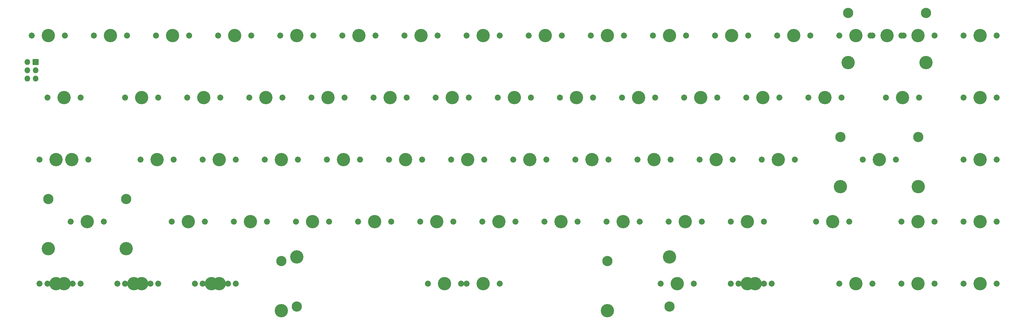
<source format=gts>
G04 #@! TF.GenerationSoftware,KiCad,Pcbnew,(6.0.1)*
G04 #@! TF.CreationDate,2022-02-17T22:32:39-08:00*
G04 #@! TF.ProjectId,bakeneko-65-pcb,62616b65-6e65-46b6-9f2d-36352d706362,rev?*
G04 #@! TF.SameCoordinates,Original*
G04 #@! TF.FileFunction,Soldermask,Top*
G04 #@! TF.FilePolarity,Negative*
%FSLAX46Y46*%
G04 Gerber Fmt 4.6, Leading zero omitted, Abs format (unit mm)*
G04 Created by KiCad (PCBNEW (6.0.1)) date 2022-02-17 22:32:39*
%MOMM*%
%LPD*%
G01*
G04 APERTURE LIST*
G04 Aperture macros list*
%AMRoundRect*
0 Rectangle with rounded corners*
0 $1 Rounding radius*
0 $2 $3 $4 $5 $6 $7 $8 $9 X,Y pos of 4 corners*
0 Add a 4 corners polygon primitive as box body*
4,1,4,$2,$3,$4,$5,$6,$7,$8,$9,$2,$3,0*
0 Add four circle primitives for the rounded corners*
1,1,$1+$1,$2,$3*
1,1,$1+$1,$4,$5*
1,1,$1+$1,$6,$7*
1,1,$1+$1,$8,$9*
0 Add four rect primitives between the rounded corners*
20,1,$1+$1,$2,$3,$4,$5,0*
20,1,$1+$1,$4,$5,$6,$7,0*
20,1,$1+$1,$6,$7,$8,$9,0*
20,1,$1+$1,$8,$9,$2,$3,0*%
G04 Aperture macros list end*
%ADD10O,1.800000X1.800000*%
%ADD11RoundRect,0.050000X0.850000X0.850000X-0.850000X0.850000X-0.850000X-0.850000X0.850000X-0.850000X0*%
%ADD12C,1.850000*%
%ADD13C,4.087800*%
%ADD14C,3.148000*%
G04 APERTURE END LIST*
D10*
X2535000Y-22155000D03*
X5075000Y-22155000D03*
X2535000Y-19615000D03*
X5075000Y-19615000D03*
X2535000Y-17075000D03*
D11*
X5075000Y-17075000D03*
D12*
X14080000Y-9000000D03*
X3920000Y-9000000D03*
D13*
X9000000Y-9000000D03*
D12*
X33130000Y-9000000D03*
D13*
X28050000Y-9000000D03*
D12*
X22970000Y-9000000D03*
X52180000Y-9000000D03*
D13*
X47100000Y-9000000D03*
D12*
X42020000Y-9000000D03*
X71230000Y-9000000D03*
X61070000Y-9000000D03*
D13*
X66150000Y-9000000D03*
D12*
X80120000Y-9000000D03*
D13*
X85200000Y-9000000D03*
D12*
X90280000Y-9000000D03*
X109330000Y-9000000D03*
D13*
X104250000Y-9000000D03*
D12*
X99170000Y-9000000D03*
X118220000Y-9000000D03*
X128380000Y-9000000D03*
D13*
X123300000Y-9000000D03*
X161400000Y-9000000D03*
D12*
X166480000Y-9000000D03*
X156320000Y-9000000D03*
X185530000Y-9000000D03*
D13*
X180450000Y-9000000D03*
D12*
X175370000Y-9000000D03*
X194420000Y-9000000D03*
D13*
X199500000Y-9000000D03*
D12*
X204580000Y-9000000D03*
X223630000Y-9000000D03*
D13*
X218550000Y-9000000D03*
D12*
X213470000Y-9000000D03*
X242680000Y-9000000D03*
X232520000Y-9000000D03*
D13*
X237600000Y-9000000D03*
X256650000Y-9000000D03*
D12*
X251570000Y-9000000D03*
X261730000Y-9000000D03*
X271255000Y-9000000D03*
D14*
X254237000Y-2015000D03*
D12*
X261095000Y-9000000D03*
D13*
X266175000Y-9000000D03*
X254237000Y-17255000D03*
X278113000Y-17255000D03*
D14*
X278113000Y-2015000D03*
D12*
X8682500Y-28050000D03*
D13*
X13762500Y-28050000D03*
D12*
X18842500Y-28050000D03*
D13*
X37575000Y-28050000D03*
D12*
X42655000Y-28050000D03*
X32495000Y-28050000D03*
D13*
X56625000Y-28050000D03*
D12*
X51545000Y-28050000D03*
X61705000Y-28050000D03*
D13*
X75675000Y-28050000D03*
D12*
X70595000Y-28050000D03*
X80755000Y-28050000D03*
D13*
X94725000Y-28050000D03*
D12*
X99805000Y-28050000D03*
X89645000Y-28050000D03*
X118855000Y-28050000D03*
D13*
X113775000Y-28050000D03*
D12*
X108695000Y-28050000D03*
D13*
X132825000Y-28050000D03*
D12*
X127745000Y-28050000D03*
X137905000Y-28050000D03*
D13*
X151875000Y-28050000D03*
D12*
X146795000Y-28050000D03*
X156955000Y-28050000D03*
X176005000Y-28050000D03*
X165845000Y-28050000D03*
D13*
X170925000Y-28050000D03*
D12*
X184895000Y-28050000D03*
D13*
X189975000Y-28050000D03*
D12*
X195055000Y-28050000D03*
D13*
X209025000Y-28050000D03*
D12*
X203945000Y-28050000D03*
X214105000Y-28050000D03*
D13*
X228075000Y-28050000D03*
D12*
X233155000Y-28050000D03*
X222995000Y-28050000D03*
X242045000Y-28050000D03*
X252205000Y-28050000D03*
D13*
X247125000Y-28050000D03*
X270937500Y-28050000D03*
D12*
X265857500Y-28050000D03*
X276017500Y-28050000D03*
X289670000Y-28050000D03*
D13*
X294750000Y-28050000D03*
D12*
X299830000Y-28050000D03*
D13*
X11381250Y-47100000D03*
D12*
X16461250Y-47100000D03*
X6301250Y-47100000D03*
D13*
X16143750Y-47100000D03*
D12*
X11063750Y-47100000D03*
X21223750Y-47100000D03*
D13*
X42337500Y-47100000D03*
D12*
X47417500Y-47100000D03*
X37257500Y-47100000D03*
X66467500Y-47100000D03*
D13*
X61387500Y-47100000D03*
D12*
X56307500Y-47100000D03*
X75357500Y-47100000D03*
D13*
X80437500Y-47100000D03*
D12*
X85517500Y-47100000D03*
D13*
X99487500Y-47100000D03*
D12*
X104567500Y-47100000D03*
X94407500Y-47100000D03*
X123617500Y-47100000D03*
D13*
X118537500Y-47100000D03*
D12*
X113457500Y-47100000D03*
D13*
X137587500Y-47100000D03*
D12*
X132507500Y-47100000D03*
X142667500Y-47100000D03*
X151557500Y-47100000D03*
X161717500Y-47100000D03*
D13*
X156637500Y-47100000D03*
D12*
X180767500Y-47100000D03*
D13*
X175687500Y-47100000D03*
D12*
X170607500Y-47100000D03*
X189657500Y-47100000D03*
X199817500Y-47100000D03*
D13*
X194737500Y-47100000D03*
D12*
X218867500Y-47100000D03*
X208707500Y-47100000D03*
D13*
X213787500Y-47100000D03*
X232837500Y-47100000D03*
D12*
X237917500Y-47100000D03*
X227757500Y-47100000D03*
D14*
X275731750Y-40115000D03*
D12*
X268873750Y-47100000D03*
D14*
X251855750Y-40115000D03*
D13*
X275731750Y-55355000D03*
X263793750Y-47100000D03*
D12*
X258713750Y-47100000D03*
D13*
X251855750Y-55355000D03*
X294750000Y-47100000D03*
D12*
X289670000Y-47100000D03*
X299830000Y-47100000D03*
D14*
X32844250Y-59165000D03*
D13*
X20906250Y-66150000D03*
X32844250Y-74405000D03*
X8968250Y-74405000D03*
D12*
X15826250Y-66150000D03*
D14*
X8968250Y-59165000D03*
D12*
X25986250Y-66150000D03*
D13*
X51862500Y-66150000D03*
D12*
X46782500Y-66150000D03*
X56942500Y-66150000D03*
X75992500Y-66150000D03*
D13*
X70912500Y-66150000D03*
D12*
X65832500Y-66150000D03*
X95042500Y-66150000D03*
D13*
X89962500Y-66150000D03*
D12*
X84882500Y-66150000D03*
X103932500Y-66150000D03*
X114092500Y-66150000D03*
D13*
X109012500Y-66150000D03*
X128062500Y-66150000D03*
D12*
X122982500Y-66150000D03*
X133142500Y-66150000D03*
X152192500Y-66150000D03*
D13*
X147112500Y-66150000D03*
D12*
X142032500Y-66150000D03*
X171242500Y-66150000D03*
D13*
X166162500Y-66150000D03*
D12*
X161082500Y-66150000D03*
D13*
X185212500Y-66150000D03*
D12*
X180132500Y-66150000D03*
X190292500Y-66150000D03*
X199182500Y-66150000D03*
D13*
X204262500Y-66150000D03*
D12*
X209342500Y-66150000D03*
X218232500Y-66150000D03*
D13*
X223312500Y-66150000D03*
D12*
X228392500Y-66150000D03*
X254586250Y-66150000D03*
X244426250Y-66150000D03*
D13*
X249506250Y-66150000D03*
X275700000Y-66150000D03*
D12*
X280780000Y-66150000D03*
X270620000Y-66150000D03*
X289670000Y-66150000D03*
X299830000Y-66150000D03*
D13*
X294750000Y-66150000D03*
D12*
X18842500Y-85200000D03*
X8682500Y-85200000D03*
D13*
X13762500Y-85200000D03*
D12*
X32495000Y-85200000D03*
D13*
X37575000Y-85200000D03*
D12*
X42655000Y-85200000D03*
X66467500Y-85200000D03*
D13*
X61387500Y-85200000D03*
D12*
X56307500Y-85200000D03*
X196801250Y-85200000D03*
X206961250Y-85200000D03*
D13*
X201881250Y-85200000D03*
D12*
X218232500Y-85200000D03*
X228392500Y-85200000D03*
D13*
X223312500Y-85200000D03*
X256650000Y-85200000D03*
D12*
X261730000Y-85200000D03*
X251570000Y-85200000D03*
X280780000Y-85200000D03*
D13*
X275700000Y-85200000D03*
D12*
X270620000Y-85200000D03*
X299830000Y-85200000D03*
D13*
X294750000Y-85200000D03*
D12*
X289670000Y-85200000D03*
X220613750Y-85200000D03*
X230773750Y-85200000D03*
D13*
X225693750Y-85200000D03*
D12*
X137270000Y-85200000D03*
D14*
X199500000Y-92185000D03*
D13*
X142350000Y-85200000D03*
X85200000Y-76945000D03*
D14*
X85200000Y-92185000D03*
D13*
X199500000Y-76945000D03*
D12*
X147430000Y-85200000D03*
D13*
X142350000Y-9000000D03*
D12*
X137270000Y-9000000D03*
X147430000Y-9000000D03*
X289670000Y-9000000D03*
D13*
X294750000Y-9000000D03*
D12*
X299830000Y-9000000D03*
X270620000Y-9000000D03*
D13*
X275700000Y-9000000D03*
D12*
X280780000Y-9000000D03*
D13*
X11381250Y-85200000D03*
D12*
X6301250Y-85200000D03*
X16461250Y-85200000D03*
X30113750Y-85200000D03*
D13*
X35193750Y-85200000D03*
D12*
X40273750Y-85200000D03*
D13*
X59006250Y-85200000D03*
D12*
X64086250Y-85200000D03*
X53926250Y-85200000D03*
D14*
X80443850Y-78215000D03*
D13*
X130443750Y-85200000D03*
X180443650Y-93455000D03*
X80443850Y-93455000D03*
D12*
X135523750Y-85200000D03*
X125363750Y-85200000D03*
D14*
X180443650Y-78215000D03*
M02*

</source>
